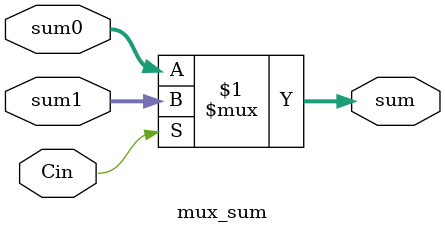
<source format=v>
`timescale 1ns/10ps

module mux_sum(sum, sum0, sum1, Cin);
output [3:0]sum;
input [3:0]sum0, sum1;
input Cin;

assign sum = Cin ? sum1 : sum0;

endmodule 






</source>
